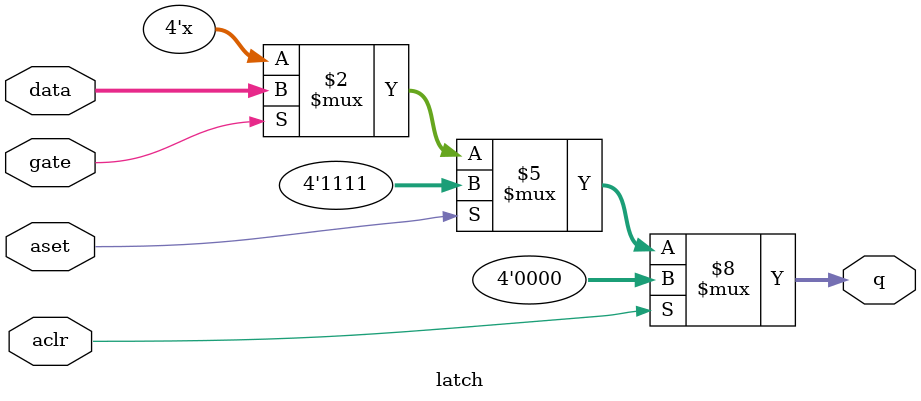
<source format=v>
module latch(aset,data,gate,aclr,q);
parameter LAT_WIDTH =4;
input aset,gate,aclr;
input [LAT_WIDTH - 1 : 0 ] data ;
output reg [LAT_WIDTH - 1 : 0 ] q;
always @ (*) begin
    if (aclr) q <= 4'b0000;
    else begin
        if (aset) q <= 4'b1111;
        else if (gate) q <= data ;
    end
end
endmodule
</source>
